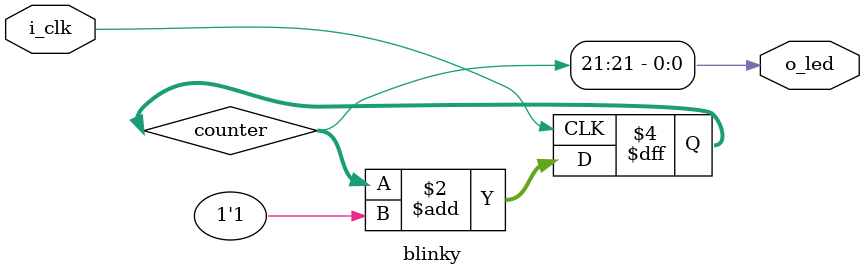
<source format=v>
`default_nettype none

module blinky(
    input wire i_clk,
    output wire o_led
);

    parameter CBITS = 22;   //originally 26, this is more suitable for 6MHz

    reg	[CBITS-1:0]	counter = 0;
    always @(posedge i_clk)
    counter <= counter + 1'b1;
    assign o_led = counter[CBITS-1];
endmodule

</source>
